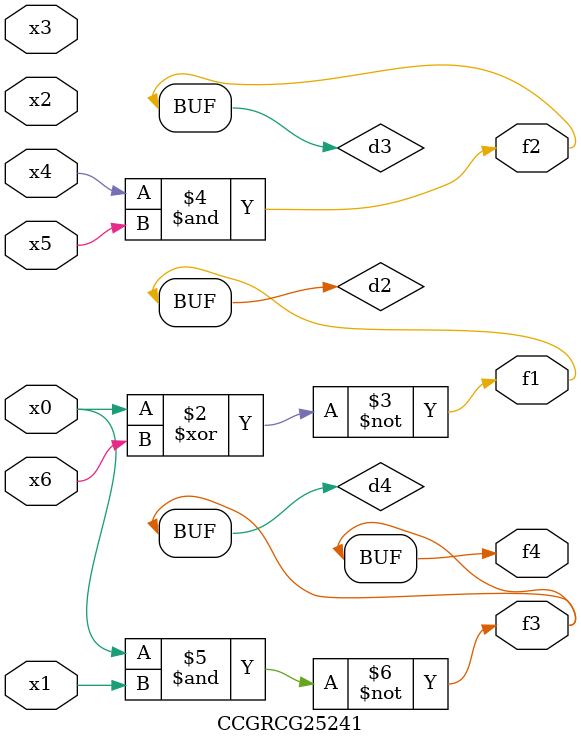
<source format=v>
module CCGRCG25241(
	input x0, x1, x2, x3, x4, x5, x6,
	output f1, f2, f3, f4
);

	wire d1, d2, d3, d4;

	nor (d1, x0);
	xnor (d2, x0, x6);
	and (d3, x4, x5);
	nand (d4, x0, x1);
	assign f1 = d2;
	assign f2 = d3;
	assign f3 = d4;
	assign f4 = d4;
endmodule

</source>
